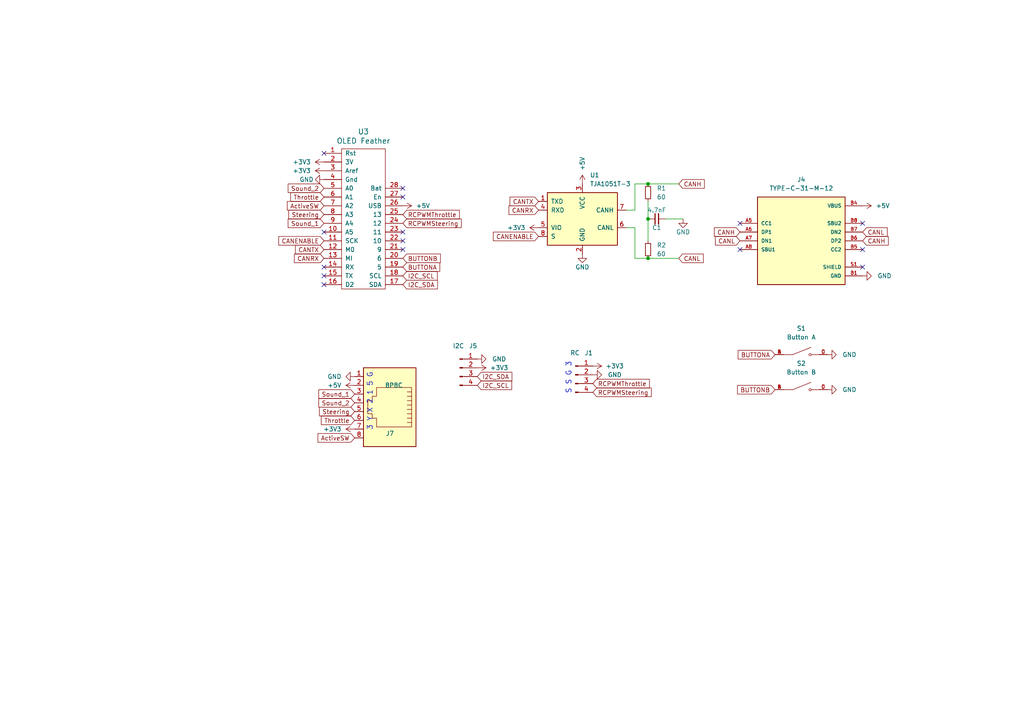
<source format=kicad_sch>
(kicad_sch (version 20230121) (generator eeschema)
  (paper "A4")
  (lib_symbols
    (symbol "Button:TS-1187A-B-A-B" (pin_names (offset 1.016))
      (property "Reference" "S" (at -2.54 2.54 0))
      (property "Value" "TS-1187A-B-A-B" (at -2.54 -2.54 0))
      (symbol "TS-1187A-B-A-B_0_0"
        (polyline (pts (xy -2.54 0) (xy -5.08 0)) (stroke (width 0.1524)))
        (polyline (pts (xy -2.54 0) (xy 2.794 2.1336)) (stroke (width 0.1524)))
        (polyline (pts (xy 5.08 0) (xy 2.921 0)) (stroke (width 0.1524)))
        (circle (center 2.54 0) (radius 0.3302) (stroke (width 0.1524)))
        (pin passive line (at -7.62 0 0) (length 2.54) (name "~") (number "A"))
        (pin passive line (at -7.62 0 0) (length 2.54) (name "~") (number "B"))
        (pin passive line (at 7.62 0 180) (length 2.54) (name "~") (number "C"))
        (pin passive line (at 7.62 0 180) (length 2.54) (name "~") (number "D"))
      )
    )
    (symbol "Connector:8P8C" (pin_names (offset 1.016))
      (property "Reference" "J" (at -5.08 13.97 0))
      (property "Value" "8P8C" (at 2.54 13.97 0))
      (symbol "8P8C_0_1"
        (polyline (pts (xy -5.08 4.445) (xy -6.35 4.445)))
        (polyline (pts (xy -5.08 5.715) (xy -6.35 5.715)))
        (polyline (pts (xy -6.35 -3.175) (xy -5.08 -3.175) (xy -5.08 -3.175)))
        (polyline (pts (xy -6.35 -1.905) (xy -5.08 -1.905) (xy -5.08 -1.905)))
        (polyline (pts (xy -6.35 -0.635) (xy -5.08 -0.635) (xy -5.08 -0.635)))
        (polyline (pts (xy -6.35 0.635) (xy -5.08 0.635) (xy -5.08 0.635)))
        (polyline (pts (xy -6.35 1.905) (xy -5.08 1.905) (xy -5.08 1.905)))
        (polyline (pts (xy -5.08 3.175) (xy -6.35 3.175) (xy -6.35 3.175)))
        (polyline (pts (xy -6.35 -4.445) (xy -6.35 6.985) (xy 3.81 6.985) (xy 3.81 4.445) (xy 5.08 4.445) (xy 5.08 3.175) (xy 6.35 3.175) (xy 6.35 -0.635) (xy 5.08 -0.635) (xy 5.08 -1.905) (xy 3.81 -1.905) (xy 3.81 -4.445) (xy -6.35 -4.445) (xy -6.35 -4.445)))
        (rectangle (start 7.62 12.7) (end -7.62 -10.16) (stroke (width 0.254)) (fill (type background)))
      )
      (symbol "8P8C_1_1"
        (pin passive line (at 10.16 -7.62 180) (length 2.54) (name "~") (number "1"))
        (pin passive line (at 10.16 -5.08 180) (length 2.54) (name "~") (number "2"))
        (pin passive line (at 10.16 -2.54 180) (length 2.54) (name "~") (number "3"))
        (pin passive line (at 10.16 0 180) (length 2.54) (name "~") (number "4"))
        (pin passive line (at 10.16 2.54 180) (length 2.54) (name "~") (number "5"))
        (pin passive line (at 10.16 5.08 180) (length 2.54) (name "~") (number "6"))
        (pin passive line (at 10.16 7.62 180) (length 2.54) (name "~") (number "7"))
        (pin passive line (at 10.16 10.16 180) (length 2.54) (name "~") (number "8"))
      )
    )
    (symbol "ControlInputTestRP2040Pico-rescue:+3.3V-power" (power) (pin_names (offset 0))
      (property "Value" "+3.3V-power" (at 0 3.556 0))
      (symbol "+3.3V-power_0_1"
        (polyline (pts (xy -0.762 1.27) (xy 0 2.54)))
        (polyline (pts (xy 0 0) (xy 0 2.54)))
        (polyline (pts (xy 0 2.54) (xy 0.762 1.27)))
      )
      (symbol "+3.3V-power_1_1"
        (pin power_in line (at 0 0 90) (length 0) hide (name "+3V3") (number "1"))
      )
    )
    (symbol "ControlInputTestRP2040Pico-rescue:Conn_01x04_Male-Connector" (pin_names (offset 1.016) hide)
      (property "Reference" "J" (at 0 5.08 0))
      (property "Value" "Connector_Conn_01x04_Male" (at 0 -7.62 0))
      (symbol "Conn_01x04_Male-Connector_1_1"
        (polyline (pts (xy 1.27 -5.08) (xy 0.8636 -5.08)) (stroke (width 0.1524)))
        (polyline (pts (xy 1.27 -2.54) (xy 0.8636 -2.54)) (stroke (width 0.1524)))
        (polyline (pts (xy 1.27 0) (xy 0.8636 0)) (stroke (width 0.1524)))
        (polyline (pts (xy 1.27 2.54) (xy 0.8636 2.54)) (stroke (width 0.1524)))
        (rectangle (start 0.8636 -4.953) (end 0 -5.207) (stroke (width 0.1524)) (fill (type outline)))
        (rectangle (start 0.8636 -2.413) (end 0 -2.667) (stroke (width 0.1524)) (fill (type outline)))
        (rectangle (start 0.8636 0.127) (end 0 -0.127) (stroke (width 0.1524)) (fill (type outline)))
        (rectangle (start 0.8636 2.667) (end 0 2.413) (stroke (width 0.1524)) (fill (type outline)))
        (pin passive line (at 5.08 2.54 180) (length 3.81) (name "Pin_1") (number "1"))
        (pin passive line (at 5.08 0 180) (length 3.81) (name "Pin_2") (number "2"))
        (pin passive line (at 5.08 -2.54 180) (length 3.81) (name "Pin_3") (number "3"))
        (pin passive line (at 5.08 -5.08 180) (length 3.81) (name "Pin_4") (number "4"))
      )
    )
    (symbol "Device:C_Small" (pin_numbers hide) (pin_names (offset 0.254) hide)
      (property "Reference" "C" (at 0.254 1.778 0))
      (property "Value" "C_Small" (at 0.254 -2.032 0))
      (symbol "C_Small_0_1"
        (polyline (pts (xy -1.524 -0.508) (xy 1.524 -0.508)) (stroke (width 0.3302)))
        (polyline (pts (xy -1.524 0.508) (xy 1.524 0.508)) (stroke (width 0.3048)))
      )
      (symbol "C_Small_1_1"
        (pin passive line (at 0 2.54 270) (length 2.032) (name "~") (number "1"))
        (pin passive line (at 0 -2.54 90) (length 2.032) (name "~") (number "2"))
      )
    )
    (symbol "Device:R_Small" (pin_numbers hide) (pin_names (offset 0.254) hide)
      (property "Reference" "R" (at 0.762 0.508 0))
      (property "Value" "R_Small" (at 0.762 -1.016 0))
      (symbol "R_Small_0_1"
        (rectangle (start -0.762 1.778) (end 0.762 -1.778) (stroke (width 0.2032)))
      )
      (symbol "R_Small_1_1"
        (pin passive line (at 0 2.54 270) (length 0.762) (name "~") (number "1"))
        (pin passive line (at 0 -2.54 90) (length 0.762) (name "~") (number "2"))
      )
    )
    (symbol "Interface_CAN_LIN:TJA1051T-3" (pin_names (offset 1.016))
      (property "Reference" "U" (at -10.16 8.89 0))
      (property "Value" "TJA1051T-3" (at 1.27 8.89 0))
      (symbol "TJA1051T-3_0_1"
        (rectangle (start -10.16 7.62) (end 10.16 -7.62) (stroke (width 0.254)) (fill (type background)))
      )
      (symbol "TJA1051T-3_1_1"
        (pin input line (at -12.7 5.08 0) (length 2.54) (name "TXD") (number "1"))
        (pin power_in line (at 0 -10.16 90) (length 2.54) (name "GND") (number "2"))
        (pin power_in line (at 0 10.16 270) (length 2.54) (name "VCC") (number "3"))
        (pin output line (at -12.7 2.54 0) (length 2.54) (name "RXD") (number "4"))
        (pin power_in line (at -12.7 -2.54 0) (length 2.54) (name "VIO") (number "5"))
        (pin bidirectional line (at 12.7 -2.54 180) (length 2.54) (name "CANL") (number "6"))
        (pin bidirectional line (at 12.7 2.54 180) (length 2.54) (name "CANH") (number "7"))
        (pin input line (at -12.7 -5.08 0) (length 2.54) (name "S") (number "8"))
      )
    )
    (symbol "USB-C:TYPE-C-31-M-12" (pin_names (offset 1.016))
      (property "Reference" "J4" (at 0 17.78 0))
      (property "Value" "TYPE-C-31-M-12" (at 0 15.24 0))
      (symbol "TYPE-C-31-M-12_0_0"
        (rectangle (start -12.7 -12.7) (end 12.7 12.7) (stroke (width 0.254)) (fill (type background)))
        (pin bidirectional line (at -17.78 5.08 0) (length 5.08) (name "CC1") (number "A5"))
        (pin bidirectional line (at -17.78 2.54 0) (length 5.08) (name "DP1") (number "A6"))
        (pin bidirectional line (at -17.78 0 0) (length 5.08) (name "DN1") (number "A7"))
        (pin bidirectional line (at -17.78 -2.54 0) (length 5.08) (name "SBU1") (number "A8"))
        (pin bidirectional line (at 17.78 -2.54 180) (length 5.08) (name "CC2") (number "B5"))
        (pin bidirectional line (at 17.78 0 180) (length 5.08) (name "DP2") (number "B6"))
        (pin bidirectional line (at 17.78 2.54 180) (length 5.08) (name "DN2") (number "B7"))
        (pin bidirectional line (at 17.78 5.08 180) (length 5.08) (name "SBU2") (number "B8"))
        (pin passive line (at 17.78 -7.62 180) (length 5.08) (name "SHIELD") (number "S1"))
      )
      (symbol "TYPE-C-31-M-12_1_0"
        (pin power_in line (at 17.78 -10.16 180) (length 5.08) hide (name "GND") (number "A1"))
        (pin power_in line (at 17.78 -10.16 180) (length 5.08) hide (name "GND") (number "A12"))
        (pin power_in line (at 17.78 10.16 180) (length 5.08) hide (name "VBUS") (number "A4"))
        (pin power_in line (at 17.78 10.16 180) (length 5.08) hide (name "VBUS") (number "A9"))
        (pin power_in line (at 17.78 -10.16 180) (length 5.08) (name "GND") (number "B1"))
        (pin power_in line (at 17.78 -10.16 180) (length 5.08) hide (name "GND") (number "B12"))
        (pin power_in line (at 17.78 10.16 180) (length 5.08) (name "VBUS") (number "B4"))
        (pin power_in line (at 17.78 10.16 180) (length 5.08) hide (name "VBUS") (number "B9"))
        (pin passive line (at 17.78 -7.62 180) (length 5.08) hide (name "SHIELD") (number "S2"))
        (pin passive line (at 17.78 -7.62 180) (length 5.08) hide (name "SHIELD") (number "S3"))
        (pin passive line (at 17.78 -7.62 180) (length 5.08) hide (name "SHIELD") (number "S4"))
      )
    )
    (symbol "UsefulModifications:Feather_nRF52840" (pin_names (offset 1.016))
      (property "Reference" "U" (at -1.27 20.32 0))
      (property "Value" "Feather_nRF52840" (at 1.27 -26.67 0))
      (symbol "Feather_nRF52840_0_1"
        (rectangle (start -6.35 17.78) (end 6.35 -22.86))
      )
      (symbol "Feather_nRF52840_1_1"
        (pin bidirectional line (at -11.43 16.51 0) (length 5.08) (name "Rst") (number "1"))
        (pin bidirectional line (at -11.43 -6.35 0) (length 5.08) (name "A5") (number "10"))
        (pin bidirectional line (at -11.43 -8.89 0) (length 5.08) (name "SCK") (number "11"))
        (pin bidirectional line (at -11.43 -11.43 0) (length 5.08) (name "M0") (number "12"))
        (pin bidirectional line (at -11.43 -13.97 0) (length 5.08) (name "MI") (number "13"))
        (pin bidirectional line (at -11.43 -16.51 0) (length 5.08) (name "RX") (number "14"))
        (pin bidirectional line (at -11.43 -19.05 0) (length 5.08) (name "TX") (number "15"))
        (pin bidirectional line (at -11.43 -21.59 0) (length 5.08) (name "D2") (number "16"))
        (pin bidirectional line (at 11.43 -21.59 180) (length 5.08) (name "SDA") (number "17"))
        (pin bidirectional line (at 11.43 -19.05 180) (length 5.08) (name "SCL") (number "18"))
        (pin bidirectional line (at 11.43 -16.51 180) (length 5.08) (name "5") (number "19"))
        (pin power_out line (at -11.43 13.97 0) (length 5.08) (name "3V") (number "2"))
        (pin bidirectional line (at 11.43 -13.97 180) (length 5.08) (name "6") (number "20"))
        (pin bidirectional line (at 11.43 -11.43 180) (length 5.08) (name "9") (number "21"))
        (pin bidirectional line (at 11.43 -8.89 180) (length 5.08) (name "10") (number "22"))
        (pin bidirectional line (at 11.43 -6.35 180) (length 5.08) (name "11") (number "23"))
        (pin bidirectional line (at 11.43 -3.81 180) (length 5.08) (name "12") (number "24"))
        (pin bidirectional line (at 11.43 -1.27 180) (length 5.08) (name "13") (number "25"))
        (pin bidirectional line (at 11.43 1.27 180) (length 5.08) (name "USB") (number "26"))
        (pin passive line (at 11.43 3.81 180) (length 5.08) (name "En") (number "27"))
        (pin power_in line (at 11.43 6.35 180) (length 5.08) (name "Bat") (number "28"))
        (pin bidirectional line (at -11.43 11.43 0) (length 5.08) (name "Aref") (number "3"))
        (pin passive line (at -11.43 8.89 0) (length 5.08) (name "Gnd") (number "4"))
        (pin bidirectional line (at -11.43 6.35 0) (length 5.08) (name "A0") (number "5"))
        (pin bidirectional line (at -11.43 3.81 0) (length 5.08) (name "A1") (number "6"))
        (pin bidirectional line (at -11.43 1.27 0) (length 5.08) (name "A2") (number "7"))
        (pin bidirectional line (at -11.43 -1.27 0) (length 5.08) (name "A3") (number "8"))
        (pin bidirectional line (at -11.43 -3.81 0) (length 5.08) (name "A4") (number "9"))
      )
    )
    (symbol "power:+5V" (power) (pin_names (offset 0))
      (property "Value" "+5V" (at 0 3.556 0))
      (symbol "+5V_0_1"
        (polyline (pts (xy -0.762 1.27) (xy 0 2.54)))
        (polyline (pts (xy 0 0) (xy 0 2.54)))
        (polyline (pts (xy 0 2.54) (xy 0.762 1.27)))
      )
      (symbol "+5V_1_1"
        (pin power_in line (at 0 0 90) (length 0) hide (name "+5V") (number "1"))
      )
    )
    (symbol "power:GND" (power) (pin_names (offset 0))
      (property "Value" "GND" (at 0 -3.81 0))
      (symbol "GND_0_1"
        (polyline (pts (xy 0 0) (xy 0 -1.27) (xy 1.27 -1.27) (xy 0 -2.54) (xy -1.27 -1.27) (xy 0 -1.27)))
      )
      (symbol "GND_1_1"
        (pin power_in line (at 0 0 270) (length 0) hide (name "GND") (number "1"))
      )
    )
  )
  (junction (at 187.96 63.5))
  (junction (at 187.96 74.93))
  (junction (at 187.96 53.34))
  (no_connect (at 93.98 67.31))
  (no_connect (at 116.84 54.61))
  (no_connect (at 93.98 77.47))
  (no_connect (at 214.63 64.77))
  (no_connect (at 116.84 69.85))
  (no_connect (at 250.19 72.39))
  (no_connect (at 93.98 82.55))
  (no_connect (at 93.98 44.45))
  (no_connect (at 116.84 67.31))
  (no_connect (at 93.98 80.01))
  (no_connect (at 116.84 57.15))
  (no_connect (at 250.19 64.77))
  (no_connect (at 116.84 72.39))
  (no_connect (at 250.19 77.47))
  (no_connect (at 214.63 72.39))
  (wire (pts (xy 187.96 74.93) (xy 196.85 74.93)))
  (wire (pts (xy 184.15 74.93) (xy 187.96 74.93)))
  (wire (pts (xy 193.04 63.5) (xy 198.12 63.5)))
  (wire (pts (xy 181.61 66.04) (xy 184.15 66.04)))
  (wire (pts (xy 184.15 66.04) (xy 184.15 74.93)))
  (wire (pts (xy 184.15 60.96) (xy 184.15 53.34)))
  (wire (pts (xy 184.15 53.34) (xy 187.96 53.34)))
  (wire (pts (xy 187.96 58.42) (xy 187.96 63.5)))
  (wire (pts (xy 187.96 63.5) (xy 187.96 69.85)))
  (wire (pts (xy 181.61 60.96) (xy 184.15 60.96)))
  (wire (pts (xy 187.96 53.34) (xy 196.85 53.34)))
  (text "S S G 3\n" (at 165.8366 104.902 90) (effects (font (size 1.4986 1.4986)) (justify right bottom)))
  (text "3 Y X 2 1 5 G" (at 108.1786 107.95 90) (effects (font (size 1.4986 1.4986)) (justify right bottom)))
  (global_label "CANH" (shape input) (at 214.63 67.31 180) (property "Intersheetrefs" "${INTERSHEET_REFS}" (effects hide)))
  (global_label "CANTX" (shape input) (at 156.21 58.42 180) (property "Intersheetrefs" "${INTERSHEET_REFS}" (effects hide)))
  (global_label "Sound_2" (shape input) (at 93.98 54.61 180) (property "Intersheetrefs" "${INTERSHEET_REFS}" (effects hide)))
  (global_label "Throttle" (shape input) (at 93.98 57.15 180) (property "Intersheetrefs" "${INTERSHEET_REFS}" (effects hide)))
  (global_label "CANRX" (shape input) (at 93.98 74.93 180) (property "Intersheetrefs" "${INTERSHEET_REFS}" (effects hide)))
  (global_label "BUTTONA" (shape input) (at 116.84 77.47 0) (property "Intersheetrefs" "${INTERSHEET_REFS}" (effects hide)))
  (global_label "CANTX" (shape input) (at 93.98 72.39 180) (property "Intersheetrefs" "${INTERSHEET_REFS}" (effects hide)))
  (global_label "CANH" (shape input) (at 196.85 53.34 0) (property "Intersheetrefs" "${INTERSHEET_REFS}" (effects hide)))
  (global_label "CANENABLE" (shape input) (at 156.21 68.58 180) (property "Intersheetrefs" "${INTERSHEET_REFS}" (effects hide)))
  (global_label "I2C_SDA" (shape input) (at 116.84 82.55 0) (property "Intersheetrefs" "${INTERSHEET_REFS}" (effects hide)))
  (global_label "RCPWMSteering" (shape input) (at 116.84 64.77 0) (property "Intersheetrefs" "${INTERSHEET_REFS}" (effects hide)))
  (global_label "BUTTONA" (shape input) (at 224.79 102.87 180) (property "Intersheetrefs" "${INTERSHEET_REFS}" (effects hide)))
  (global_label "CANH" (shape input) (at 250.19 69.85 0) (property "Intersheetrefs" "${INTERSHEET_REFS}" (effects hide)))
  (global_label "Sound_1" (shape input) (at 93.98 64.77 180) (property "Intersheetrefs" "${INTERSHEET_REFS}" (effects hide)))
  (global_label "I2C_SDA" (shape input) (at 138.43 109.22 0) (property "Intersheetrefs" "${INTERSHEET_REFS}" (effects hide)))
  (global_label "RCPWMSteering" (shape input) (at 171.958 113.792 0) (property "Intersheetrefs" "${INTERSHEET_REFS}" (effects hide)))
  (global_label "BUTTONB" (shape input) (at 224.79 113.03 180) (property "Intersheetrefs" "${INTERSHEET_REFS}" (effects hide)))
  (global_label "Steering" (shape input) (at 102.87 119.38 180) (property "Intersheetrefs" "${INTERSHEET_REFS}" (effects hide)))
  (global_label "ActiveSW" (shape input) (at 93.98 59.69 180) (property "Intersheetrefs" "${INTERSHEET_REFS}" (effects hide)))
  (global_label "I2C_SCL" (shape input) (at 116.84 80.01 0) (property "Intersheetrefs" "${INTERSHEET_REFS}" (effects hide)))
  (global_label "BUTTONB" (shape input) (at 116.84 74.93 0) (property "Intersheetrefs" "${INTERSHEET_REFS}" (effects hide)))
  (global_label "CANL" (shape input) (at 250.19 67.31 0) (property "Intersheetrefs" "${INTERSHEET_REFS}" (effects hide)))
  (global_label "Throttle" (shape input) (at 102.87 121.92 180) (property "Intersheetrefs" "${INTERSHEET_REFS}" (effects hide)))
  (global_label "Sound_2" (shape input) (at 102.87 116.84 180) (property "Intersheetrefs" "${INTERSHEET_REFS}" (effects hide)))
  (global_label "CANENABLE" (shape input) (at 93.98 69.85 180) (property "Intersheetrefs" "${INTERSHEET_REFS}" (effects hide)))
  (global_label "CANL" (shape input) (at 196.85 74.93 0) (property "Intersheetrefs" "${INTERSHEET_REFS}" (effects hide)))
  (global_label "ActiveSW" (shape input) (at 102.87 127 180) (property "Intersheetrefs" "${INTERSHEET_REFS}" (effects hide)))
  (global_label "RCPWMThrottle" (shape input) (at 171.958 111.252 0) (property "Intersheetrefs" "${INTERSHEET_REFS}" (effects hide)))
  (global_label "Sound_1" (shape input) (at 102.87 114.3 180) (property "Intersheetrefs" "${INTERSHEET_REFS}" (effects hide)))
  (global_label "I2C_SCL" (shape input) (at 138.43 111.76 0) (property "Intersheetrefs" "${INTERSHEET_REFS}" (effects hide)))
  (global_label "CANL" (shape input) (at 214.63 69.85 180) (property "Intersheetrefs" "${INTERSHEET_REFS}" (effects hide)))
  (global_label "CANRX" (shape input) (at 156.21 60.96 180) (property "Intersheetrefs" "${INTERSHEET_REFS}" (effects hide)))
  (global_label "RCPWMThrottle" (shape input) (at 116.84 62.23 0) (property "Intersheetrefs" "${INTERSHEET_REFS}" (effects hide)))
  (global_label "Steering" (shape input) (at 93.98 62.23 180) (property "Intersheetrefs" "${INTERSHEET_REFS}" (effects hide)))
  (symbol (lib_id "ControlInputTestRP2040Pico-rescue:Conn_01x04_Male-Connector") (at 166.878 108.712 0) (unit 1)
    (property "Reference" "J1" (at 171.958 102.362 0) (effects (justify right)))
    (property "Value" "RC" (at 168.148 102.362 0) (effects (justify right)))
    (property "Footprint" "Connector_JST:JST_XH_B4B-XH-A_1x04_P2.50mm_Vertical" (effects hide))
  )
  (symbol (lib_id "Connector:8P8C") (at 113.03 116.84 180) (unit 1)
    (property "Reference" "J7" (at 114.3 125.73 0) (effects (justify left)))
    (property "Value" "8P8C" (at 116.84 111.76 0) (effects (justify left)))
    (property "Footprint" "Useful Modifications:RJ45_x08_Tab_Up" (effects hide))
  )
  (symbol (lib_id "power:+5V") (at 102.87 111.76 90) (unit 1)
    (property "Reference" "#PWR029" (effects hide))
    (property "Value" "+5V" (at 99.06 111.76 90) (effects (justify left)))
  )
  (symbol (lib_id "power:GND") (at 171.958 108.712 90) (unit 1)
    (property "Reference" "#PWR014" (effects hide))
    (property "Value" "GND" (at 178.308 108.712 90))
  )
  (symbol (lib_id "ControlInputTestRP2040Pico-rescue:+3.3V-power") (at 171.958 106.172 270) (unit 1)
    (property "Reference" "#PWR03" (effects hide))
    (property "Value" "+3.3V" (at 178.308 106.172 90))
  )
  (symbol (lib_id "ControlInputTestRP2040Pico-rescue:+3.3V-power") (at 102.87 124.46 90) (unit 1)
    (property "Reference" "#PWR030" (effects hide))
    (property "Value" "+3.3V" (at 99.06 124.46 90) (effects (justify left)))
  )
  (symbol (lib_id "power:GND") (at 102.87 109.22 270) (unit 1)
    (property "Reference" "#PWR028" (effects hide))
    (property "Value" "GND" (at 99.06 109.22 90) (effects (justify right)))
  )
  (symbol (lib_id "ControlInputTestRP2040Pico-rescue:Conn_01x04_Male-Connector") (at 133.35 106.68 0) (unit 1)
    (property "Reference" "J5" (at 138.43 100.33 0) (effects (justify right)))
    (property "Value" "I2C" (at 134.62 100.33 0) (effects (justify right)))
    (property "Footprint" "Connector_JST:JST_SH_BM04B-SRSS-TB_1x04-1MP_P1.00mm_Vertical" (effects hide))
    (property "MPN" "C145961" (effects hide))
  )
  (symbol (lib_id "power:GND") (at 138.43 104.14 90) (unit 1)
    (property "Reference" "#PWR08" (effects hide))
    (property "Value" "GND" (at 144.78 104.14 90))
  )
  (symbol (lib_id "ControlInputTestRP2040Pico-rescue:+3.3V-power") (at 138.43 106.68 270) (unit 1)
    (property "Reference" "#PWR09" (effects hide))
    (property "Value" "+3.3V" (at 144.78 106.68 90))
  )
  (symbol (lib_id "UsefulModifications:Feather_nRF52840") (at 105.41 60.96 0) (unit 1)
    (property "Reference" "U3" (at 105.41 38.1762 0) (effects (font (size 1.524 1.524))))
    (property "Value" "OLED Feather" (at 105.41 40.8686 0) (effects (font (size 1.524 1.524))))
    (property "Footprint" "Useful Modifications:Feather_nRF52840" (effects hide))
  )
  (symbol (lib_id "power:+5V") (at 116.84 59.69 270) (unit 1)
    (property "Reference" "#PWR0102" (effects hide))
    (property "Value" "+5V" (at 120.65 59.69 90) (effects (justify left)))
  )
  (symbol (lib_id "ControlInputTestRP2040Pico-rescue:+3.3V-power") (at 93.98 46.99 90) (unit 1)
    (property "Reference" "#PWR0105" (effects hide))
    (property "Value" "+3.3V" (at 90.17 46.99 90) (effects (justify left)))
  )
  (symbol (lib_id "power:GND") (at 93.98 52.07 270) (unit 1)
    (property "Reference" "#PWR0106" (effects hide))
    (property "Value" "GND" (at 88.9 52.07 90))
  )
  (symbol (lib_id "power:+5V") (at 250.19 59.69 270) (unit 1)
    (property "Reference" "#PWR02" (effects hide))
    (property "Value" "+5V" (at 254 59.69 90) (effects (justify left)))
  )
  (symbol (lib_id "power:GND") (at 240.03 102.87 90) (unit 1)
    (property "Reference" "#PWR010" (effects hide))
    (property "Value" "GND" (at 246.38 102.87 90))
  )
  (symbol (lib_id "Device:R_Small") (at 187.96 72.39 0) (unit 1)
    (property "Reference" "R2" (at 190.5 71.12 0) (effects (justify left)))
    (property "Value" "60" (at 190.5 73.66 0) (effects (justify left)))
    (property "Footprint" "Resistor_SMD:R_0402_1005Metric" (effects hide))
    (property "MPN" "C137954" (effects hide))
  )
  (symbol (lib_id "power:GND") (at 168.91 73.66 0) (unit 1)
    (property "Reference" "#PWR05" (effects hide))
    (property "Value" "GND" (at 168.91 77.47 0))
  )
  (symbol (lib_id "Device:R_Small") (at 187.96 55.88 0) (unit 1)
    (property "Reference" "R1" (at 190.5 54.61 0) (effects (justify left)))
    (property "Value" "60" (at 190.5 57.15 0) (effects (justify left)))
    (property "Footprint" "Resistor_SMD:R_0402_1005Metric" (effects hide))
    (property "MPN" "C137954" (effects hide))
  )
  (symbol (lib_id "Button:TS-1187A-B-A-B") (at 232.41 113.03 0) (unit 1)
    (property "Reference" "S2" (at 232.41 105.41 0))
    (property "Value" "Button B" (at 232.41 107.95 0))
    (property "Footprint" "Useful Modifications:SW_TS-1187A-B-A-B" (effects hide))
    (property "MF" "XKB Industrial Precision" (effects hide))
    (property "MAXIMUM_PACKAGE_HEIGHT" "1.5mm" (effects hide))
    (property "MPN" "C318884" (effects hide))
    (property "Price" "None" (effects hide))
    (property "Check_prices" "https://www.snapeda.com/parts/TS-1187A-B-A-B/XKB+Industrial+Precision/view-part/?ref=eda" (effects hide))
    (property "STANDARD" "Manufacturer Recommendations" (effects hide))
    (property "PARTREV" "A0" (effects hide))
    (property "SnapEDA_Link" "https://www.snapeda.com/parts/TS-1187A-B-A-B/XKB+Industrial+Precision/view-part/?ref=snap" (effects hide))
    (property "MP" "TS-1187A-B-A-B" (effects hide))
    (property "Description" "\nTS-1187A-B-A-B XKB Connectivity\n" (effects hide))
    (property "Availability" "Not in stock" (effects hide))
    (property "MANUFACTURER" "XKB Industrial Precision" (effects hide))
  )
  (symbol (lib_id "ControlInputTestRP2040Pico-rescue:+3.3V-power") (at 156.21 66.04 90) (unit 1)
    (property "Reference" "#PWR06" (effects hide))
    (property "Value" "+3.3V" (at 152.4 66.04 90) (effects (justify left)))
  )
  (symbol (lib_id "power:GND") (at 240.03 113.03 90) (unit 1)
    (property "Reference" "#PWR011" (effects hide))
    (property "Value" "GND" (at 246.38 113.03 90))
  )
  (symbol (lib_id "Interface_CAN_LIN:TJA1051T-3") (at 168.91 63.5 0) (unit 1)
    (property "Reference" "U1" (at 171.1041 50.8 0) (effects (justify left)))
    (property "Value" "TJA1051T-3" (at 171.1041 53.34 0) (effects (justify left)))
    (property "Footprint" "Package_SO:SOIC-8_3.9x4.9mm_P1.27mm" (effects hide))
    (property "Datasheet" "http://www.nxp.com/docs/en/data-sheet/TJA1051.pdf" (effects hide))
    (property "MPN" "C5342108" (effects hide))
  )
  (symbol (lib_id "Button:TS-1187A-B-A-B") (at 232.41 102.87 0) (unit 1)
    (property "Reference" "S1" (at 232.41 95.25 0))
    (property "Value" "Button A" (at 232.41 97.79 0))
    (property "Footprint" "Useful Modifications:SW_TS-1187A-B-A-B" (effects hide))
    (property "MF" "XKB Industrial Precision" (effects hide))
    (property "MAXIMUM_PACKAGE_HEIGHT" "1.5mm" (effects hide))
    (property "MPN" "C318884" (effects hide))
    (property "Price" "None" (effects hide))
    (property "Check_prices" "https://www.snapeda.com/parts/TS-1187A-B-A-B/XKB+Industrial+Precision/view-part/?ref=eda" (effects hide))
    (property "STANDARD" "Manufacturer Recommendations" (effects hide))
    (property "PARTREV" "A0" (effects hide))
    (property "SnapEDA_Link" "https://www.snapeda.com/parts/TS-1187A-B-A-B/XKB+Industrial+Precision/view-part/?ref=snap" (effects hide))
    (property "MP" "TS-1187A-B-A-B" (effects hide))
    (property "Description" "\nTS-1187A-B-A-B XKB Connectivity\n" (effects hide))
    (property "Availability" "Not in stock" (effects hide))
    (property "MANUFACTURER" "XKB Industrial Precision" (effects hide))
  )
  (symbol (lib_id "power:+5V") (at 168.91 53.34 0) (unit 1)
    (property "Reference" "#PWR07" (effects hide))
    (property "Value" "+5V" (at 168.91 49.53 90) (effects (justify left)))
  )
  (symbol (lib_id "power:GND") (at 250.19 80.01 90) (unit 1)
    (property "Reference" "#PWR04" (effects hide))
    (property "Value" "GND" (at 256.54 80.01 90))
  )
  (symbol (lib_id "power:GND") (at 198.12 63.5 0) (unit 1)
    (property "Reference" "#PWR012" (effects hide))
    (property "Value" "GND" (at 198.12 67.31 0))
  )
  (symbol (lib_id "USB-C:TYPE-C-31-M-12") (at 232.41 69.85 0) (unit 1)
    (property "Reference" "J4" (at 232.41 52.07 0))
    (property "Value" "TYPE-C-31-M-12" (at 232.41 54.61 0))
    (property "Footprint" "Useful Modifications:TYPE-C-31-M-12" (effects hide))
    (property "MF" "HRO Electronics Co., Ltd." (effects hide))
    (property "MAXIMUM_PACKAGE_HEIGHT" "3.26 mm" (effects hide))
    (property "MPN" "C165948" (effects hide))
    (property "Price" "None" (effects hide))
    (property "Check_prices" "https://www.snapeda.com/parts/TYPE-C-31-M-12/HRO+Electronics+Co.%252C+Ltd./view-part/?ref=eda" (effects hide))
    (property "STANDARD" "Manufacturer Recommendations" (effects hide))
    (property "PARTREV" "2020.12.08" (effects hide))
    (property "SnapEDA_Link" "https://www.snapeda.com/parts/TYPE-C-31-M-12/HRO+Electronics+Co.%252C+Ltd./view-part/?ref=snap" (effects hide))
    (property "MP" "TYPE-C-31-M-12" (effects hide))
    (property "Description" "\nUSB Connectors 24 Receptacle 1 8.94*7.3mm RoHS\n" (effects hide))
    (property "SNAPEDA_PN" "TYPE-C-31-M-12" (effects hide))
    (property "Availability" "Not in stock" (effects hide))
    (property "MANUFACTURER" "HRO Electronics Co., Ltd." (effects hide))
  )
  (symbol (lib_id "ControlInputTestRP2040Pico-rescue:+3.3V-power") (at 93.98 49.53 90) (unit 1)
    (property "Reference" "#PWR01" (effects hide))
    (property "Value" "+3.3V" (at 90.17 49.53 90) (effects (justify left)))
  )
  (symbol (lib_id "Device:C_Small") (at 190.5 63.5 90) (unit 1)
    (property "Reference" "C1" (at 190.5 66.04 90))
    (property "Value" "4.7nF" (at 190.5 60.96 90))
    (property "Footprint" "Capacitor_SMD:C_0402_1005Metric" (effects hide))
    (property "MPN" "C1538" (effects hide))
  )
)
</source>
